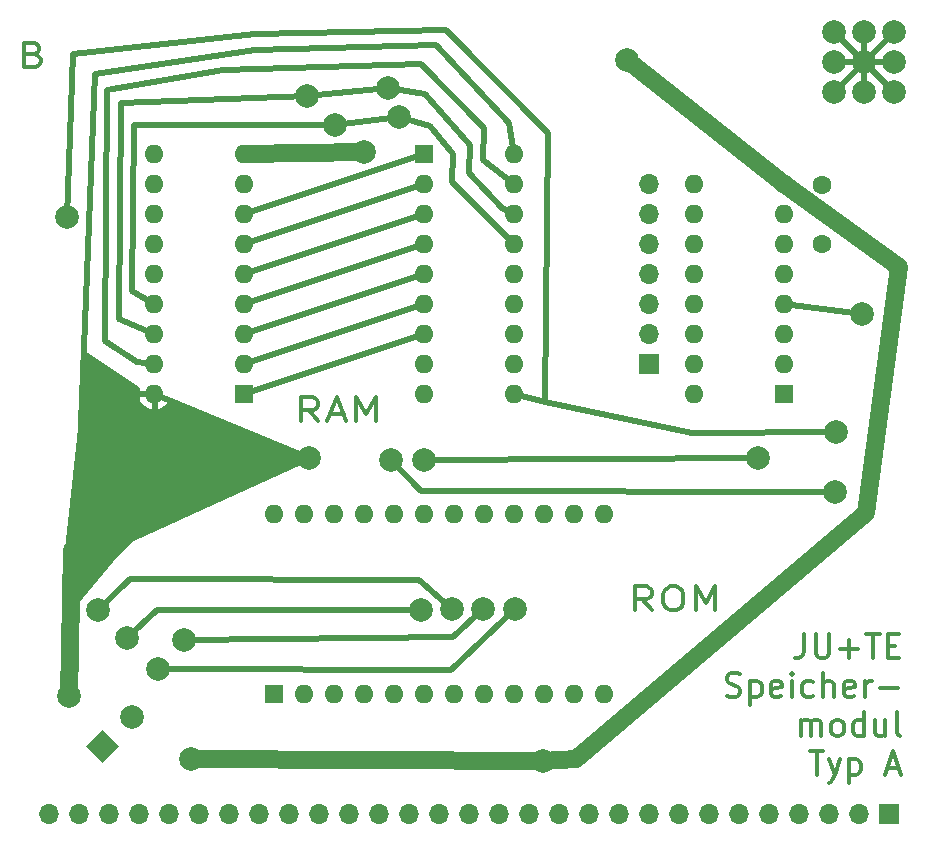
<source format=gbr>
%TF.GenerationSoftware,KiCad,Pcbnew,5.1.10*%
%TF.CreationDate,2021-11-29T17:51:52+01:00*%
%TF.ProjectId,Speichermodul_A,53706569-6368-4657-926d-6f64756c5f41,1*%
%TF.SameCoordinates,Original*%
%TF.FileFunction,Copper,L1,Top*%
%TF.FilePolarity,Positive*%
%FSLAX46Y46*%
G04 Gerber Fmt 4.6, Leading zero omitted, Abs format (unit mm)*
G04 Created by KiCad (PCBNEW 5.1.10) date 2021-11-29 17:51:52*
%MOMM*%
%LPD*%
G01*
G04 APERTURE LIST*
%TA.AperFunction,NonConductor*%
%ADD10C,0.300000*%
%TD*%
%TA.AperFunction,ComponentPad*%
%ADD11C,2.000000*%
%TD*%
%TA.AperFunction,ComponentPad*%
%ADD12C,0.100000*%
%TD*%
%TA.AperFunction,SMDPad,CuDef*%
%ADD13C,0.100000*%
%TD*%
%TA.AperFunction,SMDPad,CuDef*%
%ADD14R,5.080000X0.500000*%
%TD*%
%TA.AperFunction,SMDPad,CuDef*%
%ADD15R,0.500000X5.080000*%
%TD*%
%TA.AperFunction,SMDPad,CuDef*%
%ADD16C,2.000000*%
%TD*%
%TA.AperFunction,ComponentPad*%
%ADD17C,1.600000*%
%TD*%
%TA.AperFunction,ComponentPad*%
%ADD18O,1.700000X1.700000*%
%TD*%
%TA.AperFunction,ComponentPad*%
%ADD19R,1.700000X1.700000*%
%TD*%
%TA.AperFunction,ComponentPad*%
%ADD20O,1.600000X1.600000*%
%TD*%
%TA.AperFunction,ComponentPad*%
%ADD21R,1.600000X1.600000*%
%TD*%
%TA.AperFunction,ViaPad*%
%ADD22C,2.000000*%
%TD*%
%TA.AperFunction,Conductor*%
%ADD23C,1.500000*%
%TD*%
%TA.AperFunction,Conductor*%
%ADD24C,0.500000*%
%TD*%
%TA.AperFunction,Conductor*%
%ADD25C,0.254000*%
%TD*%
%TA.AperFunction,Conductor*%
%ADD26C,0.100000*%
%TD*%
G04 APERTURE END LIST*
D10*
X181424047Y-119954761D02*
X181424047Y-121383333D01*
X181328809Y-121669047D01*
X181138333Y-121859523D01*
X180852619Y-121954761D01*
X180662142Y-121954761D01*
X182376428Y-119954761D02*
X182376428Y-121573809D01*
X182471666Y-121764285D01*
X182566904Y-121859523D01*
X182757380Y-121954761D01*
X183138333Y-121954761D01*
X183328809Y-121859523D01*
X183424047Y-121764285D01*
X183519285Y-121573809D01*
X183519285Y-119954761D01*
X184471666Y-121192857D02*
X185995476Y-121192857D01*
X185233571Y-121954761D02*
X185233571Y-120430952D01*
X186662142Y-119954761D02*
X187805000Y-119954761D01*
X187233571Y-121954761D02*
X187233571Y-119954761D01*
X188471666Y-120907142D02*
X189138333Y-120907142D01*
X189424047Y-121954761D02*
X188471666Y-121954761D01*
X188471666Y-119954761D01*
X189424047Y-119954761D01*
X174852619Y-125159523D02*
X175138333Y-125254761D01*
X175614523Y-125254761D01*
X175805000Y-125159523D01*
X175900238Y-125064285D01*
X175995476Y-124873809D01*
X175995476Y-124683333D01*
X175900238Y-124492857D01*
X175805000Y-124397619D01*
X175614523Y-124302380D01*
X175233571Y-124207142D01*
X175043095Y-124111904D01*
X174947857Y-124016666D01*
X174852619Y-123826190D01*
X174852619Y-123635714D01*
X174947857Y-123445238D01*
X175043095Y-123350000D01*
X175233571Y-123254761D01*
X175709761Y-123254761D01*
X175995476Y-123350000D01*
X176852619Y-123921428D02*
X176852619Y-125921428D01*
X176852619Y-124016666D02*
X177043095Y-123921428D01*
X177424047Y-123921428D01*
X177614523Y-124016666D01*
X177709761Y-124111904D01*
X177805000Y-124302380D01*
X177805000Y-124873809D01*
X177709761Y-125064285D01*
X177614523Y-125159523D01*
X177424047Y-125254761D01*
X177043095Y-125254761D01*
X176852619Y-125159523D01*
X179424047Y-125159523D02*
X179233571Y-125254761D01*
X178852619Y-125254761D01*
X178662142Y-125159523D01*
X178566904Y-124969047D01*
X178566904Y-124207142D01*
X178662142Y-124016666D01*
X178852619Y-123921428D01*
X179233571Y-123921428D01*
X179424047Y-124016666D01*
X179519285Y-124207142D01*
X179519285Y-124397619D01*
X178566904Y-124588095D01*
X180376428Y-125254761D02*
X180376428Y-123921428D01*
X180376428Y-123254761D02*
X180281190Y-123350000D01*
X180376428Y-123445238D01*
X180471666Y-123350000D01*
X180376428Y-123254761D01*
X180376428Y-123445238D01*
X182185952Y-125159523D02*
X181995476Y-125254761D01*
X181614523Y-125254761D01*
X181424047Y-125159523D01*
X181328809Y-125064285D01*
X181233571Y-124873809D01*
X181233571Y-124302380D01*
X181328809Y-124111904D01*
X181424047Y-124016666D01*
X181614523Y-123921428D01*
X181995476Y-123921428D01*
X182185952Y-124016666D01*
X183043095Y-125254761D02*
X183043095Y-123254761D01*
X183900238Y-125254761D02*
X183900238Y-124207142D01*
X183805000Y-124016666D01*
X183614523Y-123921428D01*
X183328809Y-123921428D01*
X183138333Y-124016666D01*
X183043095Y-124111904D01*
X185614523Y-125159523D02*
X185424047Y-125254761D01*
X185043095Y-125254761D01*
X184852619Y-125159523D01*
X184757380Y-124969047D01*
X184757380Y-124207142D01*
X184852619Y-124016666D01*
X185043095Y-123921428D01*
X185424047Y-123921428D01*
X185614523Y-124016666D01*
X185709761Y-124207142D01*
X185709761Y-124397619D01*
X184757380Y-124588095D01*
X186566904Y-125254761D02*
X186566904Y-123921428D01*
X186566904Y-124302380D02*
X186662142Y-124111904D01*
X186757380Y-124016666D01*
X186947857Y-123921428D01*
X187138333Y-123921428D01*
X187805000Y-124492857D02*
X189328809Y-124492857D01*
X181138333Y-128554761D02*
X181138333Y-127221428D01*
X181138333Y-127411904D02*
X181233571Y-127316666D01*
X181424047Y-127221428D01*
X181709761Y-127221428D01*
X181900238Y-127316666D01*
X181995476Y-127507142D01*
X181995476Y-128554761D01*
X181995476Y-127507142D02*
X182090714Y-127316666D01*
X182281190Y-127221428D01*
X182566904Y-127221428D01*
X182757380Y-127316666D01*
X182852619Y-127507142D01*
X182852619Y-128554761D01*
X184090714Y-128554761D02*
X183900238Y-128459523D01*
X183805000Y-128364285D01*
X183709761Y-128173809D01*
X183709761Y-127602380D01*
X183805000Y-127411904D01*
X183900238Y-127316666D01*
X184090714Y-127221428D01*
X184376428Y-127221428D01*
X184566904Y-127316666D01*
X184662142Y-127411904D01*
X184757380Y-127602380D01*
X184757380Y-128173809D01*
X184662142Y-128364285D01*
X184566904Y-128459523D01*
X184376428Y-128554761D01*
X184090714Y-128554761D01*
X186471666Y-128554761D02*
X186471666Y-126554761D01*
X186471666Y-128459523D02*
X186281190Y-128554761D01*
X185900238Y-128554761D01*
X185709761Y-128459523D01*
X185614523Y-128364285D01*
X185519285Y-128173809D01*
X185519285Y-127602380D01*
X185614523Y-127411904D01*
X185709761Y-127316666D01*
X185900238Y-127221428D01*
X186281190Y-127221428D01*
X186471666Y-127316666D01*
X188281190Y-127221428D02*
X188281190Y-128554761D01*
X187424047Y-127221428D02*
X187424047Y-128269047D01*
X187519285Y-128459523D01*
X187709761Y-128554761D01*
X187995476Y-128554761D01*
X188185952Y-128459523D01*
X188281190Y-128364285D01*
X189519285Y-128554761D02*
X189328809Y-128459523D01*
X189233571Y-128269047D01*
X189233571Y-126554761D01*
X181900238Y-129854761D02*
X183043095Y-129854761D01*
X182471666Y-131854761D02*
X182471666Y-129854761D01*
X183519285Y-130521428D02*
X183995476Y-131854761D01*
X184471666Y-130521428D02*
X183995476Y-131854761D01*
X183805000Y-132330952D01*
X183709761Y-132426190D01*
X183519285Y-132521428D01*
X185233571Y-130521428D02*
X185233571Y-132521428D01*
X185233571Y-130616666D02*
X185424047Y-130521428D01*
X185805000Y-130521428D01*
X185995476Y-130616666D01*
X186090714Y-130711904D01*
X186185952Y-130902380D01*
X186185952Y-131473809D01*
X186090714Y-131664285D01*
X185995476Y-131759523D01*
X185805000Y-131854761D01*
X185424047Y-131854761D01*
X185233571Y-131759523D01*
X188471666Y-131283333D02*
X189424047Y-131283333D01*
X188281190Y-131854761D02*
X188947857Y-129854761D01*
X189614523Y-131854761D01*
X116178571Y-70857142D02*
X116535714Y-70952380D01*
X116654761Y-71047619D01*
X116773809Y-71238095D01*
X116773809Y-71523809D01*
X116654761Y-71714285D01*
X116535714Y-71809523D01*
X116297619Y-71904761D01*
X115345238Y-71904761D01*
X115345238Y-69904761D01*
X116178571Y-69904761D01*
X116416666Y-70000000D01*
X116535714Y-70095238D01*
X116654761Y-70285714D01*
X116654761Y-70476190D01*
X116535714Y-70666666D01*
X116416666Y-70761904D01*
X116178571Y-70857142D01*
X115345238Y-70857142D01*
X140273809Y-101904761D02*
X139440476Y-100952380D01*
X138845238Y-101904761D02*
X138845238Y-99904761D01*
X139797619Y-99904761D01*
X140035714Y-100000000D01*
X140154761Y-100095238D01*
X140273809Y-100285714D01*
X140273809Y-100571428D01*
X140154761Y-100761904D01*
X140035714Y-100857142D01*
X139797619Y-100952380D01*
X138845238Y-100952380D01*
X141226190Y-101333333D02*
X142416666Y-101333333D01*
X140988095Y-101904761D02*
X141821428Y-99904761D01*
X142654761Y-101904761D01*
X143488095Y-101904761D02*
X143488095Y-99904761D01*
X144321428Y-101333333D01*
X145154761Y-99904761D01*
X145154761Y-101904761D01*
X168535714Y-117904761D02*
X167702380Y-116952380D01*
X167107142Y-117904761D02*
X167107142Y-115904761D01*
X168059523Y-115904761D01*
X168297619Y-116000000D01*
X168416666Y-116095238D01*
X168535714Y-116285714D01*
X168535714Y-116571428D01*
X168416666Y-116761904D01*
X168297619Y-116857142D01*
X168059523Y-116952380D01*
X167107142Y-116952380D01*
X170083333Y-115904761D02*
X170559523Y-115904761D01*
X170797619Y-116000000D01*
X171035714Y-116190476D01*
X171154761Y-116571428D01*
X171154761Y-117238095D01*
X171035714Y-117619047D01*
X170797619Y-117809523D01*
X170559523Y-117904761D01*
X170083333Y-117904761D01*
X169845238Y-117809523D01*
X169607142Y-117619047D01*
X169488095Y-117238095D01*
X169488095Y-116571428D01*
X169607142Y-116190476D01*
X169845238Y-116000000D01*
X170083333Y-115904761D01*
X172226190Y-117904761D02*
X172226190Y-115904761D01*
X173059523Y-117333333D01*
X173892857Y-115904761D01*
X173892857Y-117904761D01*
D11*
%TO.P,C4,2*%
%TO.N,GND*%
X124474874Y-126970126D03*
%TA.AperFunction,ComponentPad*%
D12*
%TO.P,C4,1*%
%TO.N,+5P*%
G36*
X122000000Y-130859214D02*
G01*
X120585786Y-129445000D01*
X122000000Y-128030786D01*
X123414214Y-129445000D01*
X122000000Y-130859214D01*
G37*
%TD.AperFunction*%
%TD*%
%TA.AperFunction,SMDPad,CuDef*%
D13*
%TO.P,REF\u002A\u002A,2*%
%TO.N,N/C*%
G36*
X189151650Y-69201903D02*
G01*
X184201903Y-74151650D01*
X183848350Y-73798097D01*
X188798097Y-68848350D01*
X189151650Y-69201903D01*
G37*
%TD.AperFunction*%
%TA.AperFunction,SMDPad,CuDef*%
G36*
X188798097Y-74151650D02*
G01*
X183848350Y-69201903D01*
X184201903Y-68848350D01*
X189151650Y-73798097D01*
X188798097Y-74151650D01*
G37*
%TD.AperFunction*%
D14*
X186500000Y-71500000D03*
D15*
X186500000Y-71500000D03*
D16*
%TO.P,REF\u002A\u002A,1*%
X183960000Y-71500000D03*
X183960000Y-74040000D03*
X186500000Y-74040000D03*
X189040000Y-74040000D03*
X189040000Y-71500000D03*
X189040000Y-68960000D03*
X186500000Y-68960000D03*
X183960000Y-68960000D03*
X186500000Y-71500000D03*
%TD*%
D17*
%TO.P,C3,2*%
%TO.N,GND*%
X182875000Y-81900000D03*
%TO.P,C3,1*%
%TO.N,+5P*%
X182875000Y-86900000D03*
%TD*%
D18*
%TO.P,X11,7*%
%TO.N,Net-(U15-Pad9)*%
X168270000Y-81820000D03*
%TO.P,X11,6*%
%TO.N,Net-(U15-Pad10)*%
X168270000Y-84360000D03*
%TO.P,X11,5*%
%TO.N,Net-(U15-Pad11)*%
X168270000Y-86900000D03*
%TO.P,X11,4*%
%TO.N,Net-(U15-Pad12)*%
X168270000Y-89440000D03*
%TO.P,X11,3*%
%TO.N,Net-(U15-Pad13)*%
X168270000Y-91980000D03*
%TO.P,X11,2*%
%TO.N,Net-(U15-Pad14)*%
X168270000Y-94520000D03*
D19*
%TO.P,X11,1*%
%TO.N,Net-(U15-Pad15)*%
X168270000Y-97060000D03*
%TD*%
D18*
%TO.P,X10,29*%
%TO.N,Net-(X10-Pad29)*%
X117470000Y-135160000D03*
%TO.P,X10,28*%
%TO.N,+5P*%
X120010000Y-135160000D03*
%TO.P,X10,27*%
%TO.N,Net-(X10-Pad27)*%
X122550000Y-135160000D03*
%TO.P,X10,26*%
%TO.N,Net-(X10-Pad26)*%
X125090000Y-135160000D03*
%TO.P,X10,25*%
%TO.N,GND*%
X127630000Y-135160000D03*
%TO.P,X10,24*%
%TO.N,/A7*%
X130170000Y-135160000D03*
%TO.P,X10,23*%
%TO.N,/A6*%
X132710000Y-135160000D03*
%TO.P,X10,22*%
%TO.N,/A5*%
X135250000Y-135160000D03*
%TO.P,X10,21*%
%TO.N,/A4*%
X137790000Y-135160000D03*
%TO.P,X10,20*%
%TO.N,/A3*%
X140330000Y-135160000D03*
%TO.P,X10,19*%
%TO.N,/A2*%
X142870000Y-135160000D03*
%TO.P,X10,18*%
%TO.N,/A1*%
X145410000Y-135160000D03*
%TO.P,X10,17*%
%TO.N,/A0*%
X147950000Y-135160000D03*
%TO.P,X10,16*%
%TO.N,/D0*%
X150490000Y-135160000D03*
%TO.P,X10,15*%
%TO.N,/D1*%
X153030000Y-135160000D03*
%TO.P,X10,14*%
%TO.N,/D2*%
X155570000Y-135160000D03*
%TO.P,X10,13*%
%TO.N,/D3*%
X158110000Y-135160000D03*
%TO.P,X10,12*%
%TO.N,/D4*%
X160650000Y-135160000D03*
%TO.P,X10,11*%
%TO.N,/D5*%
X163190000Y-135160000D03*
%TO.P,X10,10*%
%TO.N,/D6*%
X165730000Y-135160000D03*
%TO.P,X10,9*%
%TO.N,/D7*%
X168270000Y-135160000D03*
%TO.P,X10,8*%
%TO.N,/A12*%
X170810000Y-135160000D03*
%TO.P,X10,7*%
%TO.N,/A11*%
X173350000Y-135160000D03*
%TO.P,X10,6*%
%TO.N,/A10*%
X175890000Y-135160000D03*
%TO.P,X10,5*%
%TO.N,/A9*%
X178430000Y-135160000D03*
%TO.P,X10,4*%
%TO.N,/A8*%
X180970000Y-135160000D03*
%TO.P,X10,3*%
%TO.N,R~W*%
X183510000Y-135160000D03*
%TO.P,X10,2*%
%TO.N,~CSB*%
X186050000Y-135160000D03*
D19*
%TO.P,X10,1*%
%TO.N,/~CSA*%
X188590000Y-135160000D03*
%TD*%
D20*
%TO.P,U15,16*%
%TO.N,+5P*%
X172080000Y-99600000D03*
%TO.P,U15,8*%
%TO.N,GND*%
X179700000Y-81820000D03*
%TO.P,U15,15*%
%TO.N,Net-(U15-Pad15)*%
X172080000Y-97060000D03*
%TO.P,U15,7*%
%TO.N,Net-(U15-Pad7)*%
X179700000Y-84360000D03*
%TO.P,U15,14*%
%TO.N,Net-(U15-Pad14)*%
X172080000Y-94520000D03*
%TO.P,U15,6*%
%TO.N,+5P*%
X179700000Y-86900000D03*
%TO.P,U15,13*%
%TO.N,Net-(U15-Pad13)*%
X172080000Y-91980000D03*
%TO.P,U15,5*%
%TO.N,/~CSA*%
X179700000Y-89440000D03*
%TO.P,U15,12*%
%TO.N,Net-(U15-Pad12)*%
X172080000Y-89440000D03*
%TO.P,U15,4*%
%TO.N,/~CSA*%
X179700000Y-91980000D03*
%TO.P,U15,11*%
%TO.N,Net-(U15-Pad11)*%
X172080000Y-86900000D03*
%TO.P,U15,3*%
%TO.N,/A12*%
X179700000Y-94520000D03*
%TO.P,U15,10*%
%TO.N,Net-(U15-Pad10)*%
X172080000Y-84360000D03*
%TO.P,U15,2*%
%TO.N,/A11*%
X179700000Y-97060000D03*
%TO.P,U15,9*%
%TO.N,Net-(U15-Pad9)*%
X172080000Y-81820000D03*
D21*
%TO.P,U15,1*%
%TO.N,/A10*%
X179700000Y-99600000D03*
%TD*%
D20*
%TO.P,U4,18*%
%TO.N,+5P*%
X126360000Y-99600000D03*
%TO.P,U4,9*%
%TO.N,GND*%
X133980000Y-79280000D03*
%TO.P,U4,17*%
%TO.N,/A7*%
X126360000Y-97060000D03*
%TO.P,U4,8*%
%TO.N,Net-(U15-Pad7)*%
X133980000Y-81820000D03*
%TO.P,U4,16*%
%TO.N,/A8*%
X126360000Y-94520000D03*
%TO.P,U4,7*%
%TO.N,/A6*%
X133980000Y-84360000D03*
%TO.P,U4,15*%
%TO.N,/A9*%
X126360000Y-91980000D03*
%TO.P,U4,6*%
%TO.N,/A5*%
X133980000Y-86900000D03*
%TO.P,U4,14*%
%TO.N,/D2*%
X126360000Y-89440000D03*
%TO.P,U4,5*%
%TO.N,/A4*%
X133980000Y-89440000D03*
%TO.P,U4,13*%
%TO.N,/D3*%
X126360000Y-86900000D03*
%TO.P,U4,4*%
%TO.N,/A0*%
X133980000Y-91980000D03*
%TO.P,U4,12*%
%TO.N,/D0*%
X126360000Y-84360000D03*
%TO.P,U4,3*%
%TO.N,/A1*%
X133980000Y-94520000D03*
%TO.P,U4,11*%
%TO.N,/D1*%
X126360000Y-81820000D03*
%TO.P,U4,2*%
%TO.N,/A2*%
X133980000Y-97060000D03*
%TO.P,U4,10*%
%TO.N,R~W*%
X126360000Y-79280000D03*
D21*
%TO.P,U4,1*%
%TO.N,/A3*%
X133980000Y-99600000D03*
%TD*%
D20*
%TO.P,U3,18*%
%TO.N,+5P*%
X156840000Y-79280000D03*
%TO.P,U3,9*%
%TO.N,GND*%
X149220000Y-99600000D03*
%TO.P,U3,17*%
%TO.N,/A7*%
X156840000Y-81820000D03*
%TO.P,U3,8*%
%TO.N,Net-(U15-Pad7)*%
X149220000Y-97060000D03*
%TO.P,U3,16*%
%TO.N,/A8*%
X156840000Y-84360000D03*
%TO.P,U3,7*%
%TO.N,/A3*%
X149220000Y-94520000D03*
%TO.P,U3,15*%
%TO.N,/A9*%
X156840000Y-86900000D03*
%TO.P,U3,6*%
%TO.N,/A2*%
X149220000Y-91980000D03*
%TO.P,U3,14*%
%TO.N,/D7*%
X156840000Y-89440000D03*
%TO.P,U3,5*%
%TO.N,/A1*%
X149220000Y-89440000D03*
%TO.P,U3,13*%
%TO.N,/D6*%
X156840000Y-91980000D03*
%TO.P,U3,4*%
%TO.N,/A0*%
X149220000Y-86900000D03*
%TO.P,U3,12*%
%TO.N,/D5*%
X156840000Y-94520000D03*
%TO.P,U3,3*%
%TO.N,/A4*%
X149220000Y-84360000D03*
%TO.P,U3,11*%
%TO.N,/D4*%
X156840000Y-97060000D03*
%TO.P,U3,2*%
%TO.N,/A5*%
X149220000Y-81820000D03*
%TO.P,U3,10*%
%TO.N,R~W*%
X156840000Y-99600000D03*
D21*
%TO.P,U3,1*%
%TO.N,/A6*%
X149220000Y-79280000D03*
%TD*%
D20*
%TO.P,U2,24*%
%TO.N,+5P*%
X136520000Y-109760000D03*
%TO.P,U2,12*%
%TO.N,GND*%
X164460000Y-125000000D03*
%TO.P,U2,23*%
%TO.N,/A8*%
X139060000Y-109760000D03*
%TO.P,U2,11*%
%TO.N,/D2*%
X161920000Y-125000000D03*
%TO.P,U2,22*%
%TO.N,/A9*%
X141600000Y-109760000D03*
%TO.P,U2,10*%
%TO.N,/D1*%
X159380000Y-125000000D03*
%TO.P,U2,21*%
%TO.N,+5P*%
X144140000Y-109760000D03*
%TO.P,U2,9*%
%TO.N,/D0*%
X156840000Y-125000000D03*
%TO.P,U2,20*%
%TO.N,~CSB*%
X146680000Y-109760000D03*
%TO.P,U2,8*%
%TO.N,/A0*%
X154300000Y-125000000D03*
%TO.P,U2,19*%
%TO.N,/A10*%
X149220000Y-109760000D03*
%TO.P,U2,7*%
%TO.N,/A1*%
X151760000Y-125000000D03*
%TO.P,U2,18*%
%TO.N,~CSB*%
X151760000Y-109760000D03*
%TO.P,U2,6*%
%TO.N,/A2*%
X149220000Y-125000000D03*
%TO.P,U2,17*%
%TO.N,/D7*%
X154300000Y-109760000D03*
%TO.P,U2,5*%
%TO.N,/A3*%
X146680000Y-125000000D03*
%TO.P,U2,16*%
%TO.N,/D6*%
X156840000Y-109760000D03*
%TO.P,U2,4*%
%TO.N,/A4*%
X144140000Y-125000000D03*
%TO.P,U2,15*%
%TO.N,/D5*%
X159380000Y-109760000D03*
%TO.P,U2,3*%
%TO.N,/A5*%
X141600000Y-125000000D03*
%TO.P,U2,14*%
%TO.N,/D4*%
X161920000Y-109760000D03*
%TO.P,U2,2*%
%TO.N,/A6*%
X139060000Y-125000000D03*
%TO.P,U2,13*%
%TO.N,/D3*%
X164460000Y-109760000D03*
D21*
%TO.P,U2,1*%
%TO.N,/A7*%
X136520000Y-125000000D03*
%TD*%
D22*
%TO.N,GND*%
X159300000Y-130700000D03*
X129500000Y-130500000D03*
X166400000Y-71300000D03*
X144100000Y-79100000D03*
%TO.N,+5P*%
X119200000Y-125200000D03*
X139500000Y-105000000D03*
%TO.N,/A8*%
X139300000Y-74400000D03*
X146200000Y-73700000D03*
%TO.N,/D2*%
X128900000Y-120400000D03*
X154200000Y-117800000D03*
%TO.N,/A9*%
X141700000Y-76800000D03*
X147100000Y-76200000D03*
%TO.N,/D0*%
X149000000Y-117900000D03*
X124100000Y-120300000D03*
%TO.N,/D1*%
X121600000Y-117900000D03*
X151600000Y-117800000D03*
%TO.N,~CSB*%
X146400000Y-105200000D03*
X184000000Y-107900000D03*
%TO.N,/A10*%
X177500000Y-105000000D03*
X149200000Y-105200000D03*
%TO.N,/D3*%
X126700000Y-122900000D03*
X156900000Y-117800000D03*
%TO.N,R~W*%
X184100000Y-102800000D03*
X119000000Y-84600000D03*
%TO.N,/~CSA*%
X186300000Y-92800000D03*
%TD*%
D23*
%TO.N,GND*%
X159300000Y-130700000D02*
X129500000Y-130500000D01*
X179700000Y-81820000D02*
X166400000Y-71300000D01*
X133980000Y-79280000D02*
X144100000Y-79100000D01*
X189400000Y-88900000D02*
X179700000Y-81820000D01*
X162100000Y-130500000D02*
X186600000Y-109700000D01*
X186600000Y-109700000D02*
X189400000Y-88900000D01*
X159300000Y-130700000D02*
X162100000Y-130500000D01*
D24*
%TO.N,+5P*%
X139500000Y-105000000D02*
X126360000Y-99600000D01*
D23*
X119200000Y-125200000D02*
X119400000Y-112800000D01*
D24*
X156400000Y-76700000D02*
X156840000Y-79280000D01*
X150200000Y-70100000D02*
X156400000Y-76700000D01*
X134900000Y-70500000D02*
X150200000Y-70100000D01*
X121400000Y-72500000D02*
X134900000Y-70500000D01*
X119594974Y-116794974D02*
X121400000Y-72500000D01*
X124400000Y-111900000D02*
X119594974Y-116794974D01*
X139500000Y-105000000D02*
X124400000Y-111900000D01*
%TO.N,/A8*%
X123400000Y-93300000D02*
X126360000Y-94520000D01*
X123600000Y-75000000D02*
X123400000Y-93300000D01*
X139300000Y-74400000D02*
X123600000Y-75000000D01*
X155800000Y-83900000D02*
X156840000Y-84360000D01*
X153000000Y-80900000D02*
X155800000Y-83900000D01*
X146200000Y-73700000D02*
X149300000Y-74200000D01*
X153100000Y-78500000D02*
X153000000Y-80900000D01*
X139300000Y-74400000D02*
X146200000Y-73700000D01*
X149300000Y-74200000D02*
X153100000Y-78500000D01*
%TO.N,/D2*%
X151700000Y-120200000D02*
X128900000Y-120400000D01*
X154200000Y-117800000D02*
X151700000Y-120200000D01*
%TO.N,/A9*%
X124700000Y-76800000D02*
X141700000Y-76800000D01*
X124500000Y-90900000D02*
X124700000Y-76800000D01*
X126360000Y-91980000D02*
X124500000Y-90900000D01*
X151600000Y-81700000D02*
X156840000Y-86900000D01*
X151700000Y-79300000D02*
X151600000Y-81700000D01*
X147100000Y-76200000D02*
X149700000Y-76900000D01*
X147100000Y-76200000D02*
X141700000Y-76800000D01*
X149700000Y-76900000D02*
X151700000Y-79300000D01*
%TO.N,/D0*%
X149000000Y-117900000D02*
X126600000Y-117900000D01*
X126600000Y-117900000D02*
X124100000Y-120300000D01*
%TO.N,/D1*%
X121600000Y-117900000D02*
X124300000Y-115300000D01*
X124300000Y-115300000D02*
X148800000Y-115400000D01*
X148800000Y-115400000D02*
X151600000Y-117800000D01*
%TO.N,~CSB*%
X146400000Y-105200000D02*
X149000000Y-107800000D01*
X149000000Y-107800000D02*
X184000000Y-107900000D01*
%TO.N,/A0*%
X133980000Y-91980000D02*
X149220000Y-86900000D01*
%TO.N,/A10*%
X177500000Y-105000000D02*
X149200000Y-105200000D01*
%TO.N,/A1*%
X133980000Y-94520000D02*
X149220000Y-89440000D01*
%TO.N,/A2*%
X133980000Y-97060000D02*
X149220000Y-91980000D01*
%TO.N,/A3*%
X133980000Y-99600000D02*
X149220000Y-94520000D01*
%TO.N,/A4*%
X133980000Y-89440000D02*
X149220000Y-84360000D01*
%TO.N,/A5*%
X133980000Y-86900000D02*
X149220000Y-81820000D01*
%TO.N,/A6*%
X133980000Y-84360000D02*
X149220000Y-79280000D01*
%TO.N,/D3*%
X151500000Y-123000000D02*
X126700000Y-122900000D01*
X156900000Y-117800000D02*
X151500000Y-123000000D01*
%TO.N,/A7*%
X124900000Y-96900000D02*
X126360000Y-97060000D01*
X122200000Y-95100000D02*
X124900000Y-96900000D01*
X122400000Y-73900000D02*
X122200000Y-95100000D01*
X132200000Y-72200000D02*
X122400000Y-73900000D01*
X149000000Y-71700000D02*
X132200000Y-72200000D01*
X154200000Y-79800000D02*
X154300000Y-77100000D01*
X154300000Y-77100000D02*
X149000000Y-71700000D01*
X156840000Y-81820000D02*
X154200000Y-79800000D01*
%TO.N,R~W*%
X159500000Y-100300000D02*
X156840000Y-99600000D01*
X159500000Y-100300000D02*
X171900000Y-102900000D01*
X171900000Y-102900000D02*
X184100000Y-102800000D01*
X159700000Y-77500000D02*
X159500000Y-100300000D01*
X151100000Y-68800000D02*
X159700000Y-77500000D01*
X134900000Y-69100000D02*
X151100000Y-68800000D01*
X119500000Y-70800000D02*
X134900000Y-69100000D01*
X119000000Y-84600000D02*
X119500000Y-70800000D01*
%TO.N,/~CSA*%
X186300000Y-92800000D02*
X179700000Y-91980000D01*
%TD*%
D25*
%TO.N,+5P*%
X125001656Y-99140316D02*
X124968096Y-99250961D01*
X125090085Y-99473000D01*
X125491926Y-99473000D01*
X125866242Y-99727000D01*
X125090085Y-99727000D01*
X124968096Y-99949039D01*
X125008754Y-100083087D01*
X125128963Y-100337420D01*
X125296481Y-100563414D01*
X125504869Y-100752385D01*
X125746119Y-100897070D01*
X126010960Y-100991909D01*
X126233000Y-100870624D01*
X126233000Y-99948447D01*
X126487000Y-100045119D01*
X126487000Y-100870624D01*
X126709040Y-100991909D01*
X126973881Y-100897070D01*
X127215131Y-100752385D01*
X127423519Y-100563414D01*
X127517097Y-100437171D01*
X139271042Y-104910687D01*
X124447217Y-111684488D01*
X124425696Y-111697006D01*
X124402721Y-111718355D01*
X119714414Y-117304422D01*
X119022600Y-117765632D01*
X118927129Y-112705635D01*
X120703615Y-96223789D01*
X125001656Y-99140316D01*
%TA.AperFunction,Conductor*%
D26*
G36*
X125001656Y-99140316D02*
G01*
X124968096Y-99250961D01*
X125090085Y-99473000D01*
X125491926Y-99473000D01*
X125866242Y-99727000D01*
X125090085Y-99727000D01*
X124968096Y-99949039D01*
X125008754Y-100083087D01*
X125128963Y-100337420D01*
X125296481Y-100563414D01*
X125504869Y-100752385D01*
X125746119Y-100897070D01*
X126010960Y-100991909D01*
X126233000Y-100870624D01*
X126233000Y-99948447D01*
X126487000Y-100045119D01*
X126487000Y-100870624D01*
X126709040Y-100991909D01*
X126973881Y-100897070D01*
X127215131Y-100752385D01*
X127423519Y-100563414D01*
X127517097Y-100437171D01*
X139271042Y-104910687D01*
X124447217Y-111684488D01*
X124425696Y-111697006D01*
X124402721Y-111718355D01*
X119714414Y-117304422D01*
X119022600Y-117765632D01*
X118927129Y-112705635D01*
X120703615Y-96223789D01*
X125001656Y-99140316D01*
G37*
%TD.AperFunction*%
%TD*%
M02*

</source>
